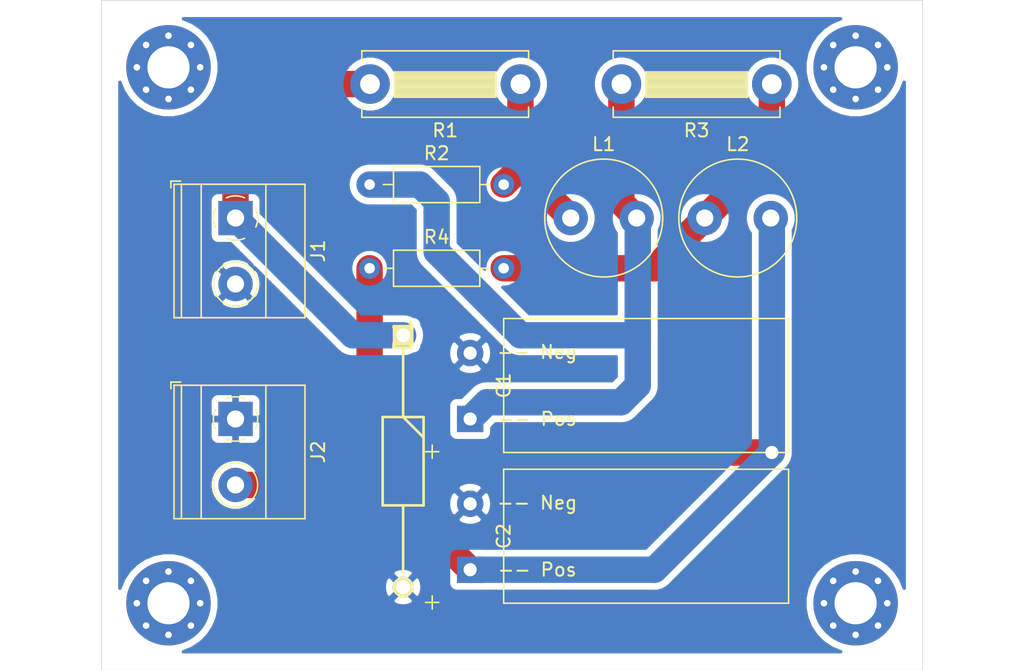
<source format=kicad_pcb>
(kicad_pcb (version 20171130) (host pcbnew "(5.1.9-0-10_14)")

  (general
    (thickness 1.6)
    (drawings 17)
    (tracks 37)
    (zones 0)
    (modules 15)
    (nets 7)
  )

  (page A4)
  (title_block
    (title "PreAmp SMPS Filter")
    (date 2021-05-14)
    (rev 1.0)
  )

  (layers
    (0 F.Cu signal)
    (31 B.Cu signal)
    (33 F.Adhes user)
    (35 F.Paste user)
    (37 F.SilkS user)
    (38 B.Mask user)
    (39 F.Mask user)
    (40 Dwgs.User user)
    (41 Cmts.User user)
    (42 Eco1.User user)
    (43 Eco2.User user)
    (44 Edge.Cuts user)
    (45 Margin user)
    (46 B.CrtYd user)
    (47 F.CrtYd user)
    (49 F.Fab user)
  )

  (setup
    (last_trace_width 2)
    (trace_clearance 0.5)
    (zone_clearance 0.508)
    (zone_45_only no)
    (trace_min 0.2)
    (via_size 1.6)
    (via_drill 1)
    (via_min_size 0.4)
    (via_min_drill 0.3)
    (uvia_size 0.3)
    (uvia_drill 0.1)
    (uvias_allowed no)
    (uvia_min_size 0.2)
    (uvia_min_drill 0.1)
    (edge_width 0.05)
    (segment_width 0.2)
    (pcb_text_width 0.3)
    (pcb_text_size 1.5 1.5)
    (mod_edge_width 0.12)
    (mod_text_size 1 1)
    (mod_text_width 0.15)
    (pad_size 1.524 1.524)
    (pad_drill 0.762)
    (pad_to_mask_clearance 0)
    (aux_axis_origin 0 0)
    (visible_elements FFFFFF7F)
    (pcbplotparams
      (layerselection 0x010fc_ffffffff)
      (usegerberextensions false)
      (usegerberattributes true)
      (usegerberadvancedattributes true)
      (creategerberjobfile true)
      (excludeedgelayer true)
      (linewidth 0.100000)
      (plotframeref false)
      (viasonmask false)
      (mode 1)
      (useauxorigin false)
      (hpglpennumber 1)
      (hpglpenspeed 20)
      (hpglpendiameter 15.000000)
      (psnegative false)
      (psa4output false)
      (plotreference true)
      (plotvalue true)
      (plotinvisibletext false)
      (padsonsilk false)
      (subtractmaskfromsilk false)
      (outputformat 1)
      (mirror false)
      (drillshape 1)
      (scaleselection 1)
      (outputdirectory ""))
  )

  (net 0 "")
  (net 1 "Net-(C1-Pad1)")
  (net 2 GND)
  (net 3 "Net-(L1-Pad1)")
  (net 4 "Net-(L2-Pad1)")
  (net 5 /OUT+)
  (net 6 /IN+)

  (net_class Default "This is the default net class."
    (clearance 0.5)
    (trace_width 2)
    (via_dia 1.6)
    (via_drill 1)
    (uvia_dia 0.3)
    (uvia_drill 0.1)
    (add_net /IN+)
    (add_net /OUT+)
    (add_net GND)
    (add_net "Net-(C1-Pad1)")
    (add_net "Net-(L1-Pad1)")
    (add_net "Net-(L2-Pad1)")
  )

  (module Capacitor_THT:CP_Radial_D10.0mm_P5.00mm_no_Silkscreen (layer F.Cu) (tedit 609E6608) (tstamp 609D1CB3)
    (at 81.28 76.2 90)
    (descr "CP, Radial series, Radial, pin pitch=5.00mm, , diameter=10mm, Electrolytic Capacitor")
    (tags "CP Radial series Radial pin pitch 5.00mm  diameter 10mm Electrolytic Capacitor")
    (path /60A007FC)
    (fp_text reference C2 (at 2.54 2.54 90) (layer F.SilkS)
      (effects (font (size 1 1) (thickness 0.15)))
    )
    (fp_text value "470uF 50V" (at 2.5 6.25 90) (layer F.Fab)
      (effects (font (size 1 1) (thickness 0.15)))
    )
    (fp_text user %R (at 2.5 0 90) (layer F.Fab)
      (effects (font (size 1 1) (thickness 0.15)))
    )
    (fp_line (start -2.479646 -3.375) (end -2.479646 -2.375) (layer F.SilkS) (width 0.12))
    (fp_line (start -2.979646 -2.875) (end -1.979646 -2.875) (layer F.SilkS) (width 0.12))
    (fp_line (start -1.788861 -2.1875) (end -0.788861 -2.1875) (layer F.Fab) (width 0.1))
    (pad 2 thru_hole circle (at 5 0 90) (size 2 2) (drill 1) (layers *.Cu *.Mask)
      (net 2 GND))
    (pad 1 thru_hole rect (at 0 0 90) (size 2 2) (drill 1) (layers *.Cu *.Mask)
      (net 5 /OUT+))
    (model ${KISYS3DMOD}/Capacitor_THT.3dshapes/CP_Radial_D10.0mm_P5.00mm.wrl
      (at (xyz 0 0 0))
      (scale (xyz 1 1 1))
      (rotate (xyz 0 0 0))
    )
  )

  (module Capacitor_THT:CP_Radial_D10.0mm_P5.00mm_no_Silkscreen (layer F.Cu) (tedit 609E6608) (tstamp 609D1BE7)
    (at 81.28 64.77 90)
    (descr "CP, Radial series, Radial, pin pitch=5.00mm, , diameter=10mm, Electrolytic Capacitor")
    (tags "CP Radial series Radial pin pitch 5.00mm  diameter 10mm Electrolytic Capacitor")
    (path /60A00222)
    (fp_text reference C1 (at 2.54 2.54 90) (layer F.SilkS)
      (effects (font (size 1 1) (thickness 0.15)))
    )
    (fp_text value "470uF 50V" (at 2.5 6.25 90) (layer F.Fab)
      (effects (font (size 1 1) (thickness 0.15)))
    )
    (fp_text user %R (at 2.5 0 90) (layer F.Fab)
      (effects (font (size 1 1) (thickness 0.15)))
    )
    (fp_line (start -2.479646 -3.375) (end -2.479646 -2.375) (layer F.SilkS) (width 0.12))
    (fp_line (start -2.979646 -2.875) (end -1.979646 -2.875) (layer F.SilkS) (width 0.12))
    (fp_line (start -1.788861 -2.1875) (end -0.788861 -2.1875) (layer F.Fab) (width 0.1))
    (pad 2 thru_hole circle (at 5 0 90) (size 2 2) (drill 1) (layers *.Cu *.Mask)
      (net 2 GND))
    (pad 1 thru_hole rect (at 0 0 90) (size 2 2) (drill 1) (layers *.Cu *.Mask)
      (net 1 "Net-(C1-Pad1)"))
    (model ${KISYS3DMOD}/Capacitor_THT.3dshapes/CP_Radial_D10.0mm_P5.00mm.wrl
      (at (xyz 0 0 0))
      (scale (xyz 1 1 1))
      (rotate (xyz 0 0 0))
    )
  )

  (module MountingHole:MountingHole_3.2mm_M3_Pad_Via (layer F.Cu) (tedit 56DDBCCA) (tstamp 609E73BD)
    (at 110.49 38.1)
    (descr "Mounting Hole 3.2mm, M3")
    (tags "mounting hole 3.2mm m3")
    (attr virtual)
    (fp_text reference REF** (at 0 -4.2) (layer F.SilkS) hide
      (effects (font (size 1 1) (thickness 0.15)))
    )
    (fp_text value MountingHole_3.2mm_M3_Pad_Via (at 0 4.2) (layer F.Fab)
      (effects (font (size 1 1) (thickness 0.15)))
    )
    (fp_circle (center 0 0) (end 3.45 0) (layer F.CrtYd) (width 0.05))
    (fp_circle (center 0 0) (end 3.2 0) (layer Cmts.User) (width 0.15))
    (fp_text user %R (at 0.3 0) (layer F.Fab)
      (effects (font (size 1 1) (thickness 0.15)))
    )
    (pad 1 thru_hole circle (at 0 0) (size 6.4 6.4) (drill 3.2) (layers *.Cu *.Mask))
    (pad 1 thru_hole circle (at 2.4 0) (size 0.8 0.8) (drill 0.5) (layers *.Cu *.Mask))
    (pad 1 thru_hole circle (at 1.697056 1.697056) (size 0.8 0.8) (drill 0.5) (layers *.Cu *.Mask))
    (pad 1 thru_hole circle (at 0 2.4) (size 0.8 0.8) (drill 0.5) (layers *.Cu *.Mask))
    (pad 1 thru_hole circle (at -1.697056 1.697056) (size 0.8 0.8) (drill 0.5) (layers *.Cu *.Mask))
    (pad 1 thru_hole circle (at -2.4 0) (size 0.8 0.8) (drill 0.5) (layers *.Cu *.Mask))
    (pad 1 thru_hole circle (at -1.697056 -1.697056) (size 0.8 0.8) (drill 0.5) (layers *.Cu *.Mask))
    (pad 1 thru_hole circle (at 0 -2.4) (size 0.8 0.8) (drill 0.5) (layers *.Cu *.Mask))
    (pad 1 thru_hole circle (at 1.697056 -1.697056) (size 0.8 0.8) (drill 0.5) (layers *.Cu *.Mask))
  )

  (module MountingHole:MountingHole_3.2mm_M3_Pad_Via (layer F.Cu) (tedit 56DDBCCA) (tstamp 609E73BD)
    (at 58.42 38.1)
    (descr "Mounting Hole 3.2mm, M3")
    (tags "mounting hole 3.2mm m3")
    (attr virtual)
    (fp_text reference REF** (at 0 -4.2) (layer F.SilkS) hide
      (effects (font (size 1 1) (thickness 0.15)))
    )
    (fp_text value MountingHole_3.2mm_M3_Pad_Via (at 0 4.2) (layer F.Fab)
      (effects (font (size 1 1) (thickness 0.15)))
    )
    (fp_circle (center 0 0) (end 3.45 0) (layer F.CrtYd) (width 0.05))
    (fp_circle (center 0 0) (end 3.2 0) (layer Cmts.User) (width 0.15))
    (fp_text user %R (at 0.3 0) (layer F.Fab)
      (effects (font (size 1 1) (thickness 0.15)))
    )
    (pad 1 thru_hole circle (at 0 0) (size 6.4 6.4) (drill 3.2) (layers *.Cu *.Mask))
    (pad 1 thru_hole circle (at 2.4 0) (size 0.8 0.8) (drill 0.5) (layers *.Cu *.Mask))
    (pad 1 thru_hole circle (at 1.697056 1.697056) (size 0.8 0.8) (drill 0.5) (layers *.Cu *.Mask))
    (pad 1 thru_hole circle (at 0 2.4) (size 0.8 0.8) (drill 0.5) (layers *.Cu *.Mask))
    (pad 1 thru_hole circle (at -1.697056 1.697056) (size 0.8 0.8) (drill 0.5) (layers *.Cu *.Mask))
    (pad 1 thru_hole circle (at -2.4 0) (size 0.8 0.8) (drill 0.5) (layers *.Cu *.Mask))
    (pad 1 thru_hole circle (at -1.697056 -1.697056) (size 0.8 0.8) (drill 0.5) (layers *.Cu *.Mask))
    (pad 1 thru_hole circle (at 0 -2.4) (size 0.8 0.8) (drill 0.5) (layers *.Cu *.Mask))
    (pad 1 thru_hole circle (at 1.697056 -1.697056) (size 0.8 0.8) (drill 0.5) (layers *.Cu *.Mask))
  )

  (module MountingHole:MountingHole_3.2mm_M3_Pad_Via (layer F.Cu) (tedit 56DDBCCA) (tstamp 609E73BD)
    (at 58.42 78.74)
    (descr "Mounting Hole 3.2mm, M3")
    (tags "mounting hole 3.2mm m3")
    (attr virtual)
    (fp_text reference REF** (at 0 -4.2) (layer F.SilkS) hide
      (effects (font (size 1 1) (thickness 0.15)))
    )
    (fp_text value MountingHole_3.2mm_M3_Pad_Via (at 0 4.2) (layer F.Fab)
      (effects (font (size 1 1) (thickness 0.15)))
    )
    (fp_circle (center 0 0) (end 3.45 0) (layer F.CrtYd) (width 0.05))
    (fp_circle (center 0 0) (end 3.2 0) (layer Cmts.User) (width 0.15))
    (fp_text user %R (at 0.3 0) (layer F.Fab)
      (effects (font (size 1 1) (thickness 0.15)))
    )
    (pad 1 thru_hole circle (at 0 0) (size 6.4 6.4) (drill 3.2) (layers *.Cu *.Mask))
    (pad 1 thru_hole circle (at 2.4 0) (size 0.8 0.8) (drill 0.5) (layers *.Cu *.Mask))
    (pad 1 thru_hole circle (at 1.697056 1.697056) (size 0.8 0.8) (drill 0.5) (layers *.Cu *.Mask))
    (pad 1 thru_hole circle (at 0 2.4) (size 0.8 0.8) (drill 0.5) (layers *.Cu *.Mask))
    (pad 1 thru_hole circle (at -1.697056 1.697056) (size 0.8 0.8) (drill 0.5) (layers *.Cu *.Mask))
    (pad 1 thru_hole circle (at -2.4 0) (size 0.8 0.8) (drill 0.5) (layers *.Cu *.Mask))
    (pad 1 thru_hole circle (at -1.697056 -1.697056) (size 0.8 0.8) (drill 0.5) (layers *.Cu *.Mask))
    (pad 1 thru_hole circle (at 0 -2.4) (size 0.8 0.8) (drill 0.5) (layers *.Cu *.Mask))
    (pad 1 thru_hole circle (at 1.697056 -1.697056) (size 0.8 0.8) (drill 0.5) (layers *.Cu *.Mask))
  )

  (module MountingHole:MountingHole_3.2mm_M3_Pad_Via (layer F.Cu) (tedit 56DDBCCA) (tstamp 609E71D9)
    (at 110.49 78.74)
    (descr "Mounting Hole 3.2mm, M3")
    (tags "mounting hole 3.2mm m3")
    (attr virtual)
    (fp_text reference REF** (at 0 -4.2) (layer F.SilkS) hide
      (effects (font (size 1 1) (thickness 0.15)))
    )
    (fp_text value MountingHole_3.2mm_M3_Pad_Via (at 0 4.2) (layer F.Fab)
      (effects (font (size 1 1) (thickness 0.15)))
    )
    (fp_circle (center 0 0) (end 3.45 0) (layer F.CrtYd) (width 0.05))
    (fp_circle (center 0 0) (end 3.2 0) (layer Cmts.User) (width 0.15))
    (fp_text user %R (at 0.3 0) (layer F.Fab)
      (effects (font (size 1 1) (thickness 0.15)))
    )
    (pad 1 thru_hole circle (at 1.697056 -1.697056) (size 0.8 0.8) (drill 0.5) (layers *.Cu *.Mask))
    (pad 1 thru_hole circle (at 0 -2.4) (size 0.8 0.8) (drill 0.5) (layers *.Cu *.Mask))
    (pad 1 thru_hole circle (at -1.697056 -1.697056) (size 0.8 0.8) (drill 0.5) (layers *.Cu *.Mask))
    (pad 1 thru_hole circle (at -2.4 0) (size 0.8 0.8) (drill 0.5) (layers *.Cu *.Mask))
    (pad 1 thru_hole circle (at -1.697056 1.697056) (size 0.8 0.8) (drill 0.5) (layers *.Cu *.Mask))
    (pad 1 thru_hole circle (at 0 2.4) (size 0.8 0.8) (drill 0.5) (layers *.Cu *.Mask))
    (pad 1 thru_hole circle (at 1.697056 1.697056) (size 0.8 0.8) (drill 0.5) (layers *.Cu *.Mask))
    (pad 1 thru_hole circle (at 2.4 0) (size 0.8 0.8) (drill 0.5) (layers *.Cu *.Mask))
    (pad 1 thru_hole circle (at 0 0) (size 6.4 6.4) (drill 3.2) (layers *.Cu *.Mask))
  )

  (module Inductor_THT:L_Radial_D8.7mm_P5.00mm_Fastron_07HCP (layer F.Cu) (tedit 5AE59B06) (tstamp 609D1D37)
    (at 99.06 49.53)
    (descr "Inductor, Radial series, Radial, pin pitch=5.00mm, , diameter=8.7mm, Fastron, 07HCP, http://cdn-reichelt.de/documents/datenblatt/B400/DS_07HCP.pdf")
    (tags "Inductor Radial series Radial pin pitch 5.00mm  diameter 8.7mm Fastron 07HCP")
    (path /60A1FD0E)
    (fp_text reference L2 (at 2.5 -5.6) (layer F.SilkS)
      (effects (font (size 1 1) (thickness 0.15)))
    )
    (fp_text value "2.2uH 7.5A 0.1R" (at 2.5 5.6) (layer F.Fab)
      (effects (font (size 1 1) (thickness 0.15)))
    )
    (fp_circle (center 2.5 0) (end 7.1 0) (layer F.CrtYd) (width 0.05))
    (fp_circle (center 2.5 0) (end 6.97 0) (layer F.SilkS) (width 0.12))
    (fp_circle (center 2.5 0) (end 6.85 0) (layer F.Fab) (width 0.1))
    (fp_text user %R (at 2.5 0) (layer F.Fab)
      (effects (font (size 1 1) (thickness 0.15)))
    )
    (pad 2 thru_hole circle (at 5 0) (size 2.6 2.6) (drill 1.3) (layers *.Cu *.Mask)
      (net 5 /OUT+))
    (pad 1 thru_hole circle (at 0 0) (size 2.6 2.6) (drill 1.3) (layers *.Cu *.Mask)
      (net 4 "Net-(L2-Pad1)"))
    (model ${KISYS3DMOD}/Inductor_THT.3dshapes/L_Radial_D8.7mm_P5.00mm_Fastron_07HCP.wrl
      (at (xyz 0 0 0))
      (scale (xyz 1 1 1))
      (rotate (xyz 0 0 0))
    )
  )

  (module TerminalBlock_Phoenix:TerminalBlock_Phoenix_MKDS-1,5-2_1x02_P5.00mm_Horizontal (layer F.Cu) (tedit 5B294EE5) (tstamp 609D1CF7)
    (at 63.5 49.53 270)
    (descr "Terminal Block Phoenix MKDS-1,5-2, 2 pins, pitch 5mm, size 10x9.8mm^2, drill diamater 1.3mm, pad diameter 2.6mm, see http://www.farnell.com/datasheets/100425.pdf, script-generated using https://github.com/pointhi/kicad-footprint-generator/scripts/TerminalBlock_Phoenix")
    (tags "THT Terminal Block Phoenix MKDS-1,5-2 pitch 5mm size 10x9.8mm^2 drill 1.3mm pad 2.6mm")
    (path /609EF6A1)
    (fp_text reference J1 (at 2.5 -6.26 90) (layer F.SilkS)
      (effects (font (size 1 1) (thickness 0.15)))
    )
    (fp_text value Screw_Terminal_01x02 (at 2.5 5.66 90) (layer F.Fab)
      (effects (font (size 1 1) (thickness 0.15)))
    )
    (fp_circle (center 0 0) (end 1.5 0) (layer F.Fab) (width 0.1))
    (fp_circle (center 5 0) (end 6.5 0) (layer F.Fab) (width 0.1))
    (fp_circle (center 5 0) (end 6.68 0) (layer F.SilkS) (width 0.12))
    (fp_line (start -2.5 -5.2) (end 7.5 -5.2) (layer F.Fab) (width 0.1))
    (fp_line (start 7.5 -5.2) (end 7.5 4.6) (layer F.Fab) (width 0.1))
    (fp_line (start 7.5 4.6) (end -2 4.6) (layer F.Fab) (width 0.1))
    (fp_line (start -2 4.6) (end -2.5 4.1) (layer F.Fab) (width 0.1))
    (fp_line (start -2.5 4.1) (end -2.5 -5.2) (layer F.Fab) (width 0.1))
    (fp_line (start -2.5 4.1) (end 7.5 4.1) (layer F.Fab) (width 0.1))
    (fp_line (start -2.56 4.1) (end 7.56 4.1) (layer F.SilkS) (width 0.12))
    (fp_line (start -2.5 2.6) (end 7.5 2.6) (layer F.Fab) (width 0.1))
    (fp_line (start -2.56 2.6) (end 7.56 2.6) (layer F.SilkS) (width 0.12))
    (fp_line (start -2.5 -2.3) (end 7.5 -2.3) (layer F.Fab) (width 0.1))
    (fp_line (start -2.56 -2.301) (end 7.56 -2.301) (layer F.SilkS) (width 0.12))
    (fp_line (start -2.56 -5.261) (end 7.56 -5.261) (layer F.SilkS) (width 0.12))
    (fp_line (start -2.56 4.66) (end 7.56 4.66) (layer F.SilkS) (width 0.12))
    (fp_line (start -2.56 -5.261) (end -2.56 4.66) (layer F.SilkS) (width 0.12))
    (fp_line (start 7.56 -5.261) (end 7.56 4.66) (layer F.SilkS) (width 0.12))
    (fp_line (start 1.138 -0.955) (end -0.955 1.138) (layer F.Fab) (width 0.1))
    (fp_line (start 0.955 -1.138) (end -1.138 0.955) (layer F.Fab) (width 0.1))
    (fp_line (start 6.138 -0.955) (end 4.046 1.138) (layer F.Fab) (width 0.1))
    (fp_line (start 5.955 -1.138) (end 3.863 0.955) (layer F.Fab) (width 0.1))
    (fp_line (start 6.275 -1.069) (end 6.228 -1.023) (layer F.SilkS) (width 0.12))
    (fp_line (start 3.966 1.239) (end 3.931 1.274) (layer F.SilkS) (width 0.12))
    (fp_line (start 6.07 -1.275) (end 6.035 -1.239) (layer F.SilkS) (width 0.12))
    (fp_line (start 3.773 1.023) (end 3.726 1.069) (layer F.SilkS) (width 0.12))
    (fp_line (start -2.8 4.16) (end -2.8 4.9) (layer F.SilkS) (width 0.12))
    (fp_line (start -2.8 4.9) (end -2.3 4.9) (layer F.SilkS) (width 0.12))
    (fp_line (start -3 -5.71) (end -3 5.1) (layer F.CrtYd) (width 0.05))
    (fp_line (start -3 5.1) (end 8 5.1) (layer F.CrtYd) (width 0.05))
    (fp_line (start 8 5.1) (end 8 -5.71) (layer F.CrtYd) (width 0.05))
    (fp_line (start 8 -5.71) (end -3 -5.71) (layer F.CrtYd) (width 0.05))
    (fp_arc (start 0 0) (end 0 1.68) (angle -24) (layer F.SilkS) (width 0.12))
    (fp_arc (start 0 0) (end 1.535 0.684) (angle -48) (layer F.SilkS) (width 0.12))
    (fp_arc (start 0 0) (end 0.684 -1.535) (angle -48) (layer F.SilkS) (width 0.12))
    (fp_arc (start 0 0) (end -1.535 -0.684) (angle -48) (layer F.SilkS) (width 0.12))
    (fp_arc (start 0 0) (end -0.684 1.535) (angle -25) (layer F.SilkS) (width 0.12))
    (fp_text user %R (at 2.5 3.2 90) (layer F.Fab)
      (effects (font (size 1 1) (thickness 0.15)))
    )
    (pad 1 thru_hole rect (at 0 0 270) (size 2.6 2.6) (drill 1.3) (layers *.Cu *.Mask)
      (net 6 /IN+))
    (pad 2 thru_hole circle (at 5 0 270) (size 2.6 2.6) (drill 1.3) (layers *.Cu *.Mask)
      (net 2 GND))
    (model ${KISYS3DMOD}/TerminalBlock_Phoenix.3dshapes/TerminalBlock_Phoenix_MKDS-1,5-2_1x02_P5.00mm_Horizontal.wrl
      (at (xyz 0 0 0))
      (scale (xyz 1 1 1))
      (rotate (xyz 0 0 0))
    )
  )

  (module TP6KE68A:DIOAD1910W86L670D310 (layer F.Cu) (tedit 609CFEC4) (tstamp 609D1CCB)
    (at 76.2 58.42 270)
    (descr "DO-204AC (DO-15)")
    (tags "TVS Diode (Uni-directional)")
    (path /60A078CF)
    (fp_text reference D1 (at 0 0 90) (layer F.SilkS)
      (effects (font (size 1.27 1.27) (thickness 0.254)))
    )
    (fp_text value TP6KE68A (at 0 0 90) (layer F.SilkS) hide
      (effects (font (size 1.27 1.27) (thickness 0.254)))
    )
    (fp_line (start 12.9 0) (end 17.962 0) (layer F.SilkS) (width 0.2))
    (fp_line (start 1.138 0) (end 6.2 0) (layer F.SilkS) (width 0.2))
    (fp_line (start 6.2 0) (end 7.75 -1.55) (layer F.SilkS) (width 0.2))
    (fp_line (start 6.2 1.55) (end 6.2 -1.55) (layer F.SilkS) (width 0.2))
    (fp_line (start 12.9 1.55) (end 6.2 1.55) (layer F.SilkS) (width 0.2))
    (fp_line (start 12.9 -1.55) (end 12.9 1.55) (layer F.SilkS) (width 0.2))
    (fp_line (start 6.2 -1.55) (end 12.9 -1.55) (layer F.SilkS) (width 0.2))
    (fp_line (start 12.9 0) (end 19.1 0) (layer Dwgs.User) (width 0.1))
    (fp_line (start 0 0) (end 6.2 0) (layer Dwgs.User) (width 0.1))
    (fp_line (start 6.2 0) (end 7.75 -1.55) (layer Dwgs.User) (width 0.1))
    (fp_line (start 6.2 1.55) (end 6.2 -1.55) (layer Dwgs.User) (width 0.1))
    (fp_line (start 12.9 1.55) (end 6.2 1.55) (layer Dwgs.User) (width 0.1))
    (fp_line (start 12.9 -1.55) (end 12.9 1.55) (layer Dwgs.User) (width 0.1))
    (fp_line (start 6.2 -1.55) (end 12.9 -1.55) (layer Dwgs.User) (width 0.1))
    (fp_line (start -1.038 1.9) (end -1.038 -1.9) (layer Dwgs.User) (width 0.05))
    (fp_line (start 20.137 1.9) (end -1.038 1.9) (layer Dwgs.User) (width 0.05))
    (fp_line (start 20.137 -1.9) (end 20.137 1.9) (layer Dwgs.User) (width 0.05))
    (fp_line (start -1.038 -1.9) (end 20.137 -1.9) (layer Dwgs.User) (width 0.05))
    (pad 1 thru_hole rect (at 0 0) (size 1.575 1.575) (drill 1.05) (layers *.Cu *.Mask F.SilkS)
      (net 6 /IN+))
    (pad 2 thru_hole circle (at 19.1 0) (size 1.575 1.575) (drill 1.05) (layers *.Cu *.Mask F.SilkS)
      (net 2 GND))
  )

  (module TerminalBlock_Phoenix:TerminalBlock_Phoenix_MKDS-1,5-2_1x02_P5.00mm_Horizontal (layer F.Cu) (tedit 5B294EE5) (tstamp 609D1D23)
    (at 63.5 64.77 270)
    (descr "Terminal Block Phoenix MKDS-1,5-2, 2 pins, pitch 5mm, size 10x9.8mm^2, drill diamater 1.3mm, pad diameter 2.6mm, see http://www.farnell.com/datasheets/100425.pdf, script-generated using https://github.com/pointhi/kicad-footprint-generator/scripts/TerminalBlock_Phoenix")
    (tags "THT Terminal Block Phoenix MKDS-1,5-2 pitch 5mm size 10x9.8mm^2 drill 1.3mm pad 2.6mm")
    (path /609F3DC0)
    (fp_text reference J2 (at 2.5 -6.26 90) (layer F.SilkS)
      (effects (font (size 1 1) (thickness 0.15)))
    )
    (fp_text value Screw_Terminal_01x02 (at 2.5 5.66 90) (layer F.Fab)
      (effects (font (size 1 1) (thickness 0.15)))
    )
    (fp_line (start 8 -5.71) (end -3 -5.71) (layer F.CrtYd) (width 0.05))
    (fp_line (start 8 5.1) (end 8 -5.71) (layer F.CrtYd) (width 0.05))
    (fp_line (start -3 5.1) (end 8 5.1) (layer F.CrtYd) (width 0.05))
    (fp_line (start -3 -5.71) (end -3 5.1) (layer F.CrtYd) (width 0.05))
    (fp_line (start -2.8 4.9) (end -2.3 4.9) (layer F.SilkS) (width 0.12))
    (fp_line (start -2.8 4.16) (end -2.8 4.9) (layer F.SilkS) (width 0.12))
    (fp_line (start 3.773 1.023) (end 3.726 1.069) (layer F.SilkS) (width 0.12))
    (fp_line (start 6.07 -1.275) (end 6.035 -1.239) (layer F.SilkS) (width 0.12))
    (fp_line (start 3.966 1.239) (end 3.931 1.274) (layer F.SilkS) (width 0.12))
    (fp_line (start 6.275 -1.069) (end 6.228 -1.023) (layer F.SilkS) (width 0.12))
    (fp_line (start 5.955 -1.138) (end 3.863 0.955) (layer F.Fab) (width 0.1))
    (fp_line (start 6.138 -0.955) (end 4.046 1.138) (layer F.Fab) (width 0.1))
    (fp_line (start 0.955 -1.138) (end -1.138 0.955) (layer F.Fab) (width 0.1))
    (fp_line (start 1.138 -0.955) (end -0.955 1.138) (layer F.Fab) (width 0.1))
    (fp_line (start 7.56 -5.261) (end 7.56 4.66) (layer F.SilkS) (width 0.12))
    (fp_line (start -2.56 -5.261) (end -2.56 4.66) (layer F.SilkS) (width 0.12))
    (fp_line (start -2.56 4.66) (end 7.56 4.66) (layer F.SilkS) (width 0.12))
    (fp_line (start -2.56 -5.261) (end 7.56 -5.261) (layer F.SilkS) (width 0.12))
    (fp_line (start -2.56 -2.301) (end 7.56 -2.301) (layer F.SilkS) (width 0.12))
    (fp_line (start -2.5 -2.3) (end 7.5 -2.3) (layer F.Fab) (width 0.1))
    (fp_line (start -2.56 2.6) (end 7.56 2.6) (layer F.SilkS) (width 0.12))
    (fp_line (start -2.5 2.6) (end 7.5 2.6) (layer F.Fab) (width 0.1))
    (fp_line (start -2.56 4.1) (end 7.56 4.1) (layer F.SilkS) (width 0.12))
    (fp_line (start -2.5 4.1) (end 7.5 4.1) (layer F.Fab) (width 0.1))
    (fp_line (start -2.5 4.1) (end -2.5 -5.2) (layer F.Fab) (width 0.1))
    (fp_line (start -2 4.6) (end -2.5 4.1) (layer F.Fab) (width 0.1))
    (fp_line (start 7.5 4.6) (end -2 4.6) (layer F.Fab) (width 0.1))
    (fp_line (start 7.5 -5.2) (end 7.5 4.6) (layer F.Fab) (width 0.1))
    (fp_line (start -2.5 -5.2) (end 7.5 -5.2) (layer F.Fab) (width 0.1))
    (fp_circle (center 5 0) (end 6.68 0) (layer F.SilkS) (width 0.12))
    (fp_circle (center 5 0) (end 6.5 0) (layer F.Fab) (width 0.1))
    (fp_circle (center 0 0) (end 1.5 0) (layer F.Fab) (width 0.1))
    (fp_text user %R (at 2.5 3.2 90) (layer F.Fab)
      (effects (font (size 1 1) (thickness 0.15)))
    )
    (fp_arc (start 0 0) (end -0.684 1.535) (angle -25) (layer F.SilkS) (width 0.12))
    (fp_arc (start 0 0) (end -1.535 -0.684) (angle -48) (layer F.SilkS) (width 0.12))
    (fp_arc (start 0 0) (end 0.684 -1.535) (angle -48) (layer F.SilkS) (width 0.12))
    (fp_arc (start 0 0) (end 1.535 0.684) (angle -48) (layer F.SilkS) (width 0.12))
    (fp_arc (start 0 0) (end 0 1.68) (angle -24) (layer F.SilkS) (width 0.12))
    (pad 2 thru_hole circle (at 5 0 270) (size 2.6 2.6) (drill 1.3) (layers *.Cu *.Mask)
      (net 5 /OUT+))
    (pad 1 thru_hole rect (at 0 0 270) (size 2.6 2.6) (drill 1.3) (layers *.Cu *.Mask)
      (net 2 GND))
    (model ${KISYS3DMOD}/TerminalBlock_Phoenix.3dshapes/TerminalBlock_Phoenix_MKDS-1,5-2_1x02_P5.00mm_Horizontal.wrl
      (at (xyz 0 0 0))
      (scale (xyz 1 1 1))
      (rotate (xyz 0 0 0))
    )
  )

  (module Inductor_THT:L_Radial_D8.7mm_P5.00mm_Fastron_07HCP (layer F.Cu) (tedit 5AE59B06) (tstamp 609D1D2D)
    (at 88.9 49.53)
    (descr "Inductor, Radial series, Radial, pin pitch=5.00mm, , diameter=8.7mm, Fastron, 07HCP, http://cdn-reichelt.de/documents/datenblatt/B400/DS_07HCP.pdf")
    (tags "Inductor Radial series Radial pin pitch 5.00mm  diameter 8.7mm Fastron 07HCP")
    (path /609FEAA3)
    (fp_text reference L1 (at 2.5 -5.6) (layer F.SilkS)
      (effects (font (size 1 1) (thickness 0.15)))
    )
    (fp_text value "2.2uH 7.5A 0.1R" (at 2.5 5.6) (layer F.Fab)
      (effects (font (size 1 1) (thickness 0.15)))
    )
    (fp_circle (center 2.5 0) (end 6.85 0) (layer F.Fab) (width 0.1))
    (fp_circle (center 2.5 0) (end 6.97 0) (layer F.SilkS) (width 0.12))
    (fp_circle (center 2.5 0) (end 7.1 0) (layer F.CrtYd) (width 0.05))
    (fp_text user %R (at 2.5 0) (layer F.Fab)
      (effects (font (size 1 1) (thickness 0.15)))
    )
    (pad 1 thru_hole circle (at 0 0) (size 2.6 2.6) (drill 1.3) (layers *.Cu *.Mask)
      (net 3 "Net-(L1-Pad1)"))
    (pad 2 thru_hole circle (at 5 0) (size 2.6 2.6) (drill 1.3) (layers *.Cu *.Mask)
      (net 1 "Net-(C1-Pad1)"))
    (model ${KISYS3DMOD}/Inductor_THT.3dshapes/L_Radial_D8.7mm_P5.00mm_Fastron_07HCP.wrl
      (at (xyz 0 0 0))
      (scale (xyz 1 1 1))
      (rotate (xyz 0 0 0))
    )
  )

  (module Resistor_THT:R_Bare_Metal_Element_L12.4mm_W4.8mm_P11.40mm (layer F.Cu) (tedit 5AE5139B) (tstamp 609D1D5F)
    (at 85.09 39.37 180)
    (descr "Resistor, Bare_Metal_Element series, Bare Metal Strip/Wire, Horizontal, pin pitch=11.4mm, 1W, length*width=12.4*4.8mm^2, https://www.bourns.com/pdfs/PWR4412-2S.pdf")
    (tags "Resistor Bare_Metal_Element series Bare Metal Strip Wire Horizontal pin pitch 11.4mm 1W length 12.4mm width 4.8mm ")
    (path /609FAD9F)
    (fp_text reference R1 (at 5.7 -3.52) (layer F.SilkS)
      (effects (font (size 1 1) (thickness 0.15)))
    )
    (fp_text value "0R040 1W" (at 5.7 3.52) (layer F.Fab)
      (effects (font (size 1 1) (thickness 0.15)))
    )
    (fp_line (start -0.5 -2.4) (end -0.5 2.4) (layer F.Fab) (width 0.1))
    (fp_line (start -0.5 2.4) (end 11.9 2.4) (layer F.Fab) (width 0.1))
    (fp_line (start 11.9 2.4) (end 11.9 -2.4) (layer F.Fab) (width 0.1))
    (fp_line (start 11.9 -2.4) (end -0.5 -2.4) (layer F.Fab) (width 0.1))
    (fp_line (start -0.62 -1.74) (end -0.62 -2.52) (layer F.SilkS) (width 0.12))
    (fp_line (start -0.62 -2.52) (end 12.02 -2.52) (layer F.SilkS) (width 0.12))
    (fp_line (start 12.02 -2.52) (end 12.02 -1.74) (layer F.SilkS) (width 0.12))
    (fp_line (start -0.62 1.74) (end -0.62 2.52) (layer F.SilkS) (width 0.12))
    (fp_line (start -0.62 2.52) (end 12.02 2.52) (layer F.SilkS) (width 0.12))
    (fp_line (start 12.02 2.52) (end 12.02 1.74) (layer F.SilkS) (width 0.12))
    (fp_line (start 1.86 -1) (end 9.54 -1) (layer F.SilkS) (width 0.12))
    (fp_line (start 1.86 -0.88) (end 9.54 -0.88) (layer F.SilkS) (width 0.12))
    (fp_line (start 1.86 -0.76) (end 9.54 -0.76) (layer F.SilkS) (width 0.12))
    (fp_line (start 1.86 -0.64) (end 9.54 -0.64) (layer F.SilkS) (width 0.12))
    (fp_line (start 1.86 -0.52) (end 9.54 -0.52) (layer F.SilkS) (width 0.12))
    (fp_line (start 1.86 -0.4) (end 9.54 -0.4) (layer F.SilkS) (width 0.12))
    (fp_line (start 1.86 -0.28) (end 9.54 -0.28) (layer F.SilkS) (width 0.12))
    (fp_line (start 1.86 -0.16) (end 9.54 -0.16) (layer F.SilkS) (width 0.12))
    (fp_line (start 1.86 -0.04) (end 9.54 -0.04) (layer F.SilkS) (width 0.12))
    (fp_line (start 1.86 0.08) (end 9.54 0.08) (layer F.SilkS) (width 0.12))
    (fp_line (start 1.86 0.2) (end 9.54 0.2) (layer F.SilkS) (width 0.12))
    (fp_line (start 1.86 0.32) (end 9.54 0.32) (layer F.SilkS) (width 0.12))
    (fp_line (start 1.86 0.44) (end 9.54 0.44) (layer F.SilkS) (width 0.12))
    (fp_line (start 1.86 0.56) (end 9.54 0.56) (layer F.SilkS) (width 0.12))
    (fp_line (start 1.86 0.68) (end 9.54 0.68) (layer F.SilkS) (width 0.12))
    (fp_line (start 1.86 0.8) (end 9.54 0.8) (layer F.SilkS) (width 0.12))
    (fp_line (start 1.86 0.92) (end 9.54 0.92) (layer F.SilkS) (width 0.12))
    (fp_line (start 1.86 -1) (end 1.86 0.92) (layer F.SilkS) (width 0.12))
    (fp_line (start 9.54 -1) (end 9.54 0.92) (layer F.SilkS) (width 0.12))
    (fp_line (start -1.75 -2.65) (end -1.75 2.65) (layer F.CrtYd) (width 0.05))
    (fp_line (start -1.75 2.65) (end 13.15 2.65) (layer F.CrtYd) (width 0.05))
    (fp_line (start 13.15 2.65) (end 13.15 -2.65) (layer F.CrtYd) (width 0.05))
    (fp_line (start 13.15 -2.65) (end -1.75 -2.65) (layer F.CrtYd) (width 0.05))
    (fp_text user %R (at 5.7 0) (layer F.Fab)
      (effects (font (size 1 1) (thickness 0.15)))
    )
    (pad 1 thru_hole circle (at 0 0 180) (size 3 3) (drill 1.5) (layers *.Cu *.Mask)
      (net 3 "Net-(L1-Pad1)"))
    (pad 2 thru_hole oval (at 11.4 0 180) (size 3 3) (drill 1.5) (layers *.Cu *.Mask)
      (net 6 /IN+))
    (model ${KISYS3DMOD}/Resistor_THT.3dshapes/R_Bare_Metal_Element_L12.4mm_W4.8mm_P11.40mm.wrl
      (at (xyz 0 0 0))
      (scale (xyz 1 1 1))
      (rotate (xyz 0 0 0))
    )
  )

  (module Resistor_THT:R_Axial_DIN0207_L6.3mm_D2.5mm_P10.16mm_Horizontal (layer F.Cu) (tedit 5AE5139B) (tstamp 609D1D76)
    (at 73.66 46.99)
    (descr "Resistor, Axial_DIN0207 series, Axial, Horizontal, pin pitch=10.16mm, 0.25W = 1/4W, length*diameter=6.3*2.5mm^2, http://cdn-reichelt.de/documents/datenblatt/B400/1_4W%23YAG.pdf")
    (tags "Resistor Axial_DIN0207 series Axial Horizontal pin pitch 10.16mm 0.25W = 1/4W length 6.3mm diameter 2.5mm")
    (path /609FC773)
    (fp_text reference R2 (at 5.08 -2.37) (layer F.SilkS)
      (effects (font (size 1 1) (thickness 0.15)))
    )
    (fp_text value 953R (at 5.08 2.37) (layer F.Fab)
      (effects (font (size 1 1) (thickness 0.15)))
    )
    (fp_line (start 1.93 -1.25) (end 1.93 1.25) (layer F.Fab) (width 0.1))
    (fp_line (start 1.93 1.25) (end 8.23 1.25) (layer F.Fab) (width 0.1))
    (fp_line (start 8.23 1.25) (end 8.23 -1.25) (layer F.Fab) (width 0.1))
    (fp_line (start 8.23 -1.25) (end 1.93 -1.25) (layer F.Fab) (width 0.1))
    (fp_line (start 0 0) (end 1.93 0) (layer F.Fab) (width 0.1))
    (fp_line (start 10.16 0) (end 8.23 0) (layer F.Fab) (width 0.1))
    (fp_line (start 1.81 -1.37) (end 1.81 1.37) (layer F.SilkS) (width 0.12))
    (fp_line (start 1.81 1.37) (end 8.35 1.37) (layer F.SilkS) (width 0.12))
    (fp_line (start 8.35 1.37) (end 8.35 -1.37) (layer F.SilkS) (width 0.12))
    (fp_line (start 8.35 -1.37) (end 1.81 -1.37) (layer F.SilkS) (width 0.12))
    (fp_line (start 1.04 0) (end 1.81 0) (layer F.SilkS) (width 0.12))
    (fp_line (start 9.12 0) (end 8.35 0) (layer F.SilkS) (width 0.12))
    (fp_line (start -1.05 -1.5) (end -1.05 1.5) (layer F.CrtYd) (width 0.05))
    (fp_line (start -1.05 1.5) (end 11.21 1.5) (layer F.CrtYd) (width 0.05))
    (fp_line (start 11.21 1.5) (end 11.21 -1.5) (layer F.CrtYd) (width 0.05))
    (fp_line (start 11.21 -1.5) (end -1.05 -1.5) (layer F.CrtYd) (width 0.05))
    (fp_text user %R (at 5.08 0) (layer F.Fab)
      (effects (font (size 1 1) (thickness 0.15)))
    )
    (pad 1 thru_hole circle (at 0 0) (size 1.6 1.6) (drill 0.8) (layers *.Cu *.Mask)
      (net 1 "Net-(C1-Pad1)"))
    (pad 2 thru_hole oval (at 10.16 0) (size 1.6 1.6) (drill 0.8) (layers *.Cu *.Mask)
      (net 3 "Net-(L1-Pad1)"))
    (model ${KISYS3DMOD}/Resistor_THT.3dshapes/R_Axial_DIN0207_L6.3mm_D2.5mm_P10.16mm_Horizontal.wrl
      (at (xyz 0 0 0))
      (scale (xyz 1 1 1))
      (rotate (xyz 0 0 0))
    )
  )

  (module Resistor_THT:R_Bare_Metal_Element_L12.4mm_W4.8mm_P11.40mm (layer F.Cu) (tedit 5AE5139B) (tstamp 609D1D9E)
    (at 104.14 39.37 180)
    (descr "Resistor, Bare_Metal_Element series, Bare Metal Strip/Wire, Horizontal, pin pitch=11.4mm, 1W, length*width=12.4*4.8mm^2, https://www.bourns.com/pdfs/PWR4412-2S.pdf")
    (tags "Resistor Bare_Metal_Element series Bare Metal Strip Wire Horizontal pin pitch 11.4mm 1W length 12.4mm width 4.8mm ")
    (path /609FD2AB)
    (fp_text reference R3 (at 5.7 -3.52) (layer F.SilkS)
      (effects (font (size 1 1) (thickness 0.15)))
    )
    (fp_text value "0R040 1W" (at 5.7 3.52) (layer F.Fab)
      (effects (font (size 1 1) (thickness 0.15)))
    )
    (fp_line (start 13.15 -2.65) (end -1.75 -2.65) (layer F.CrtYd) (width 0.05))
    (fp_line (start 13.15 2.65) (end 13.15 -2.65) (layer F.CrtYd) (width 0.05))
    (fp_line (start -1.75 2.65) (end 13.15 2.65) (layer F.CrtYd) (width 0.05))
    (fp_line (start -1.75 -2.65) (end -1.75 2.65) (layer F.CrtYd) (width 0.05))
    (fp_line (start 9.54 -1) (end 9.54 0.92) (layer F.SilkS) (width 0.12))
    (fp_line (start 1.86 -1) (end 1.86 0.92) (layer F.SilkS) (width 0.12))
    (fp_line (start 1.86 0.92) (end 9.54 0.92) (layer F.SilkS) (width 0.12))
    (fp_line (start 1.86 0.8) (end 9.54 0.8) (layer F.SilkS) (width 0.12))
    (fp_line (start 1.86 0.68) (end 9.54 0.68) (layer F.SilkS) (width 0.12))
    (fp_line (start 1.86 0.56) (end 9.54 0.56) (layer F.SilkS) (width 0.12))
    (fp_line (start 1.86 0.44) (end 9.54 0.44) (layer F.SilkS) (width 0.12))
    (fp_line (start 1.86 0.32) (end 9.54 0.32) (layer F.SilkS) (width 0.12))
    (fp_line (start 1.86 0.2) (end 9.54 0.2) (layer F.SilkS) (width 0.12))
    (fp_line (start 1.86 0.08) (end 9.54 0.08) (layer F.SilkS) (width 0.12))
    (fp_line (start 1.86 -0.04) (end 9.54 -0.04) (layer F.SilkS) (width 0.12))
    (fp_line (start 1.86 -0.16) (end 9.54 -0.16) (layer F.SilkS) (width 0.12))
    (fp_line (start 1.86 -0.28) (end 9.54 -0.28) (layer F.SilkS) (width 0.12))
    (fp_line (start 1.86 -0.4) (end 9.54 -0.4) (layer F.SilkS) (width 0.12))
    (fp_line (start 1.86 -0.52) (end 9.54 -0.52) (layer F.SilkS) (width 0.12))
    (fp_line (start 1.86 -0.64) (end 9.54 -0.64) (layer F.SilkS) (width 0.12))
    (fp_line (start 1.86 -0.76) (end 9.54 -0.76) (layer F.SilkS) (width 0.12))
    (fp_line (start 1.86 -0.88) (end 9.54 -0.88) (layer F.SilkS) (width 0.12))
    (fp_line (start 1.86 -1) (end 9.54 -1) (layer F.SilkS) (width 0.12))
    (fp_line (start 12.02 2.52) (end 12.02 1.74) (layer F.SilkS) (width 0.12))
    (fp_line (start -0.62 2.52) (end 12.02 2.52) (layer F.SilkS) (width 0.12))
    (fp_line (start -0.62 1.74) (end -0.62 2.52) (layer F.SilkS) (width 0.12))
    (fp_line (start 12.02 -2.52) (end 12.02 -1.74) (layer F.SilkS) (width 0.12))
    (fp_line (start -0.62 -2.52) (end 12.02 -2.52) (layer F.SilkS) (width 0.12))
    (fp_line (start -0.62 -1.74) (end -0.62 -2.52) (layer F.SilkS) (width 0.12))
    (fp_line (start 11.9 -2.4) (end -0.5 -2.4) (layer F.Fab) (width 0.1))
    (fp_line (start 11.9 2.4) (end 11.9 -2.4) (layer F.Fab) (width 0.1))
    (fp_line (start -0.5 2.4) (end 11.9 2.4) (layer F.Fab) (width 0.1))
    (fp_line (start -0.5 -2.4) (end -0.5 2.4) (layer F.Fab) (width 0.1))
    (fp_text user %R (at 5.7 0) (layer F.Fab)
      (effects (font (size 1 1) (thickness 0.15)))
    )
    (pad 2 thru_hole oval (at 11.4 0 180) (size 3 3) (drill 1.5) (layers *.Cu *.Mask)
      (net 1 "Net-(C1-Pad1)"))
    (pad 1 thru_hole circle (at 0 0 180) (size 3 3) (drill 1.5) (layers *.Cu *.Mask)
      (net 4 "Net-(L2-Pad1)"))
    (model ${KISYS3DMOD}/Resistor_THT.3dshapes/R_Bare_Metal_Element_L12.4mm_W4.8mm_P11.40mm.wrl
      (at (xyz 0 0 0))
      (scale (xyz 1 1 1))
      (rotate (xyz 0 0 0))
    )
  )

  (module Resistor_THT:R_Axial_DIN0207_L6.3mm_D2.5mm_P10.16mm_Horizontal (layer F.Cu) (tedit 5AE5139B) (tstamp 609D1DB5)
    (at 73.66 53.34)
    (descr "Resistor, Axial_DIN0207 series, Axial, Horizontal, pin pitch=10.16mm, 0.25W = 1/4W, length*diameter=6.3*2.5mm^2, http://cdn-reichelt.de/documents/datenblatt/B400/1_4W%23YAG.pdf")
    (tags "Resistor Axial_DIN0207 series Axial Horizontal pin pitch 10.16mm 0.25W = 1/4W length 6.3mm diameter 2.5mm")
    (path /609FD6AD)
    (fp_text reference R4 (at 5.08 -2.37) (layer F.SilkS)
      (effects (font (size 1 1) (thickness 0.15)))
    )
    (fp_text value 953R (at 5.08 2.37) (layer F.Fab)
      (effects (font (size 1 1) (thickness 0.15)))
    )
    (fp_line (start 11.21 -1.5) (end -1.05 -1.5) (layer F.CrtYd) (width 0.05))
    (fp_line (start 11.21 1.5) (end 11.21 -1.5) (layer F.CrtYd) (width 0.05))
    (fp_line (start -1.05 1.5) (end 11.21 1.5) (layer F.CrtYd) (width 0.05))
    (fp_line (start -1.05 -1.5) (end -1.05 1.5) (layer F.CrtYd) (width 0.05))
    (fp_line (start 9.12 0) (end 8.35 0) (layer F.SilkS) (width 0.12))
    (fp_line (start 1.04 0) (end 1.81 0) (layer F.SilkS) (width 0.12))
    (fp_line (start 8.35 -1.37) (end 1.81 -1.37) (layer F.SilkS) (width 0.12))
    (fp_line (start 8.35 1.37) (end 8.35 -1.37) (layer F.SilkS) (width 0.12))
    (fp_line (start 1.81 1.37) (end 8.35 1.37) (layer F.SilkS) (width 0.12))
    (fp_line (start 1.81 -1.37) (end 1.81 1.37) (layer F.SilkS) (width 0.12))
    (fp_line (start 10.16 0) (end 8.23 0) (layer F.Fab) (width 0.1))
    (fp_line (start 0 0) (end 1.93 0) (layer F.Fab) (width 0.1))
    (fp_line (start 8.23 -1.25) (end 1.93 -1.25) (layer F.Fab) (width 0.1))
    (fp_line (start 8.23 1.25) (end 8.23 -1.25) (layer F.Fab) (width 0.1))
    (fp_line (start 1.93 1.25) (end 8.23 1.25) (layer F.Fab) (width 0.1))
    (fp_line (start 1.93 -1.25) (end 1.93 1.25) (layer F.Fab) (width 0.1))
    (fp_text user %R (at 5.08 0) (layer F.Fab)
      (effects (font (size 1 1) (thickness 0.15)))
    )
    (pad 2 thru_hole oval (at 10.16 0) (size 1.6 1.6) (drill 0.8) (layers *.Cu *.Mask)
      (net 4 "Net-(L2-Pad1)"))
    (pad 1 thru_hole circle (at 0 0) (size 1.6 1.6) (drill 0.8) (layers *.Cu *.Mask)
      (net 5 /OUT+))
    (model ${KISYS3DMOD}/Resistor_THT.3dshapes/R_Axial_DIN0207_L6.3mm_D2.5mm_P10.16mm_Horizontal.wrl
      (at (xyz 0 0 0))
      (scale (xyz 1 1 1))
      (rotate (xyz 0 0 0))
    )
  )

  (gr_text "-- Pos\n" (at 86.36 64.77) (layer F.SilkS) (tstamp 609F7973)
    (effects (font (size 1 1) (thickness 0.15)))
  )
  (gr_text "-- Neg" (at 86.36 59.69) (layer F.SilkS) (tstamp 609F7970)
    (effects (font (size 1 1) (thickness 0.15)))
  )
  (gr_text "-- Neg" (at 86.36 71.12) (layer F.SilkS)
    (effects (font (size 1 1) (thickness 0.15)))
  )
  (gr_text "-- Pos\n" (at 86.36 76.2) (layer F.SilkS)
    (effects (font (size 1 1) (thickness 0.15)))
  )
  (gr_line (start 83.82 57.15) (end 83.82 67.31) (layer F.SilkS) (width 0.12) (tstamp 609F7961))
  (gr_line (start 105.41 57.15) (end 83.82 57.15) (layer F.SilkS) (width 0.12))
  (gr_line (start 105.41 67.31) (end 105.41 57.15) (layer F.SilkS) (width 0.12))
  (gr_line (start 83.82 67.31) (end 105.41 67.31) (layer F.SilkS) (width 0.12))
  (gr_line (start 105.41 68.58) (end 83.82 68.58) (layer F.SilkS) (width 0.12) (tstamp 609F7960))
  (gr_line (start 105.41 78.74) (end 105.41 68.58) (layer F.SilkS) (width 0.12))
  (gr_line (start 83.82 78.74) (end 105.41 78.74) (layer F.SilkS) (width 0.12))
  (gr_line (start 83.82 68.58) (end 83.82 78.74) (layer F.SilkS) (width 0.12))
  (gr_line (start 82.55 62.23) (end 83.82 62.23) (layer F.SilkS) (width 0.12))
  (gr_line (start 53.34 83.82) (end 53.34 33.02) (layer Edge.Cuts) (width 0.05) (tstamp 609E7C87))
  (gr_line (start 115.57 83.82) (end 53.34 83.82) (layer Edge.Cuts) (width 0.05))
  (gr_line (start 115.57 33.02) (end 115.57 83.82) (layer Edge.Cuts) (width 0.05))
  (gr_line (start 53.34 33.02) (end 115.57 33.02) (layer Edge.Cuts) (width 0.05))

  (segment (start 92.74 48.37) (end 93.9 49.53) (width 2) (layer F.Cu) (net 1))
  (segment (start 92.74 39.37) (end 92.74 48.37) (width 2) (layer F.Cu) (net 1))
  (segment (start 85.09 58.42) (end 93.98 58.42) (width 2) (layer B.Cu) (net 1))
  (segment (start 78.74 48.26) (end 78.74 52.07) (width 2) (layer B.Cu) (net 1))
  (segment (start 78.74 52.07) (end 85.09 58.42) (width 2) (layer B.Cu) (net 1))
  (segment (start 77.47 46.99) (end 78.74 48.26) (width 2) (layer B.Cu) (net 1))
  (segment (start 73.66 46.99) (end 77.47 46.99) (width 2) (layer B.Cu) (net 1))
  (segment (start 93.98 49.69) (end 93.98 62.23) (width 2) (layer B.Cu) (net 1))
  (segment (start 93.9 49.61) (end 93.98 49.69) (width 2) (layer B.Cu) (net 1))
  (segment (start 93.98 62.23) (end 92.71 63.5) (width 2) (layer B.Cu) (net 1))
  (segment (start 93.9 49.53) (end 93.9 49.61) (width 2) (layer B.Cu) (net 1))
  (segment (start 82.55 63.5) (end 81.28 64.77) (width 2) (layer B.Cu) (net 1))
  (segment (start 92.71 63.5) (end 82.55 63.5) (width 2) (layer B.Cu) (net 1))
  (segment (start 85.09 45.72) (end 83.82 46.99) (width 2) (layer F.Cu) (net 3))
  (segment (start 85.09 39.37) (end 85.09 45.72) (width 2) (layer F.Cu) (net 3))
  (segment (start 85.09 45.72) (end 88.9 49.53) (width 2) (layer F.Cu) (net 3))
  (segment (start 95.25 53.34) (end 83.82 53.34) (width 2) (layer F.Cu) (net 4))
  (segment (start 104.14 44.45) (end 95.25 53.34) (width 2) (layer F.Cu) (net 4))
  (segment (start 104.14 39.37) (end 104.14 44.45) (width 2) (layer F.Cu) (net 4))
  (segment (start 74.85 69.77) (end 81.28 76.2) (width 2) (layer F.Cu) (net 5))
  (segment (start 73.58 69.77) (end 74.85 69.77) (width 2) (layer F.Cu) (net 5))
  (segment (start 73.66 69.69) (end 73.58 69.77) (width 2) (layer F.Cu) (net 5))
  (segment (start 63.5 69.77) (end 73.58 69.77) (width 2) (layer F.Cu) (net 5))
  (segment (start 73.66 53.34) (end 73.66 64.77) (width 2) (layer F.Cu) (net 5))
  (segment (start 73.66 64.77) (end 76.2 67.31) (width 2) (layer F.Cu) (net 5))
  (segment (start 99.06 67.31) (end 99.06 67.31) (width 2) (layer F.Cu) (net 5) (tstamp 609E12E0))
  (via (at 104.14 67.31) (size 1.6) (drill 1) (layers F.Cu B.Cu) (net 5))
  (segment (start 95.25 76.2) (end 81.28 76.2) (width 2) (layer B.Cu) (net 5))
  (segment (start 104.14 67.31) (end 95.25 76.2) (width 2) (layer B.Cu) (net 5))
  (segment (start 104.14 49.61) (end 104.14 67.31) (width 2) (layer B.Cu) (net 5))
  (segment (start 104.06 49.53) (end 104.14 49.61) (width 2) (layer B.Cu) (net 5))
  (segment (start 76.2 67.31) (end 104.14 67.31) (width 2) (layer F.Cu) (net 5))
  (segment (start 63.5 49.53) (end 72.39 58.42) (width 2) (layer B.Cu) (net 6))
  (segment (start 72.39 58.42) (end 76.2 58.42) (width 2) (layer B.Cu) (net 6))
  (segment (start 63.5 49.53) (end 63.5 43.18) (width 2) (layer F.Cu) (net 6))
  (segment (start 67.31 39.37) (end 73.69 39.37) (width 2) (layer F.Cu) (net 6))
  (segment (start 63.5 43.18) (end 67.31 39.37) (width 2) (layer F.Cu) (net 6))

  (zone (net 2) (net_name GND) (layer B.Cu) (tstamp 609DF41F) (hatch edge 0.508)
    (connect_pads (clearance 0.508))
    (min_thickness 0.254)
    (fill yes (arc_segments 32) (thermal_gap 0.508) (thermal_bridge_width 0.508))
    (polygon
      (pts
        (xy 114.3 82.55) (xy 54.61 82.55) (xy 54.61 34.29) (xy 114.3 34.29)
      )
    )
    (filled_polygon
      (pts
        (xy 108.673446 34.701467) (xy 108.04533 35.121161) (xy 107.511161 35.65533) (xy 107.091467 36.283446) (xy 106.802377 36.981372)
        (xy 106.655 37.722285) (xy 106.655 38.477715) (xy 106.802377 39.218628) (xy 107.091467 39.916554) (xy 107.511161 40.54467)
        (xy 108.04533 41.078839) (xy 108.673446 41.498533) (xy 109.371372 41.787623) (xy 110.112285 41.935) (xy 110.867715 41.935)
        (xy 111.608628 41.787623) (xy 112.306554 41.498533) (xy 112.93467 41.078839) (xy 113.468839 40.54467) (xy 113.888533 39.916554)
        (xy 114.173 39.229789) (xy 114.173 77.610211) (xy 113.888533 76.923446) (xy 113.468839 76.29533) (xy 112.93467 75.761161)
        (xy 112.306554 75.341467) (xy 111.608628 75.052377) (xy 110.867715 74.905) (xy 110.112285 74.905) (xy 109.371372 75.052377)
        (xy 108.673446 75.341467) (xy 108.04533 75.761161) (xy 107.511161 76.29533) (xy 107.091467 76.923446) (xy 106.802377 77.621372)
        (xy 106.655 78.362285) (xy 106.655 79.117715) (xy 106.802377 79.858628) (xy 107.091467 80.556554) (xy 107.511161 81.18467)
        (xy 108.04533 81.718839) (xy 108.673446 82.138533) (xy 109.360211 82.423) (xy 59.549789 82.423) (xy 60.236554 82.138533)
        (xy 60.86467 81.718839) (xy 61.398839 81.18467) (xy 61.818533 80.556554) (xy 62.107623 79.858628) (xy 62.255 79.117715)
        (xy 62.255 78.503776) (xy 75.395829 78.503776) (xy 75.465898 78.74647) (xy 75.719276 78.866121) (xy 75.991128 78.93404)
        (xy 76.271008 78.947619) (xy 76.548157 78.906334) (xy 76.811928 78.811774) (xy 76.934102 78.74647) (xy 77.004171 78.503776)
        (xy 76.2 77.699605) (xy 75.395829 78.503776) (xy 62.255 78.503776) (xy 62.255 78.362285) (xy 62.107623 77.621372)
        (xy 62.095046 77.591008) (xy 74.772381 77.591008) (xy 74.813666 77.868157) (xy 74.908226 78.131928) (xy 74.97353 78.254102)
        (xy 75.216224 78.324171) (xy 76.020395 77.52) (xy 76.379605 77.52) (xy 77.183776 78.324171) (xy 77.42647 78.254102)
        (xy 77.546121 78.000724) (xy 77.61404 77.728872) (xy 77.627619 77.448992) (xy 77.586334 77.171843) (xy 77.491774 76.908072)
        (xy 77.42647 76.785898) (xy 77.183776 76.715829) (xy 76.379605 77.52) (xy 76.020395 77.52) (xy 75.216224 76.715829)
        (xy 74.97353 76.785898) (xy 74.853879 77.039276) (xy 74.78596 77.311128) (xy 74.772381 77.591008) (xy 62.095046 77.591008)
        (xy 61.818533 76.923446) (xy 61.5598 76.536224) (xy 75.395829 76.536224) (xy 76.2 77.340395) (xy 77.004171 76.536224)
        (xy 76.934102 76.29353) (xy 76.736039 76.2) (xy 79.637089 76.2) (xy 79.641928 76.249131) (xy 79.641928 77.2)
        (xy 79.654188 77.324482) (xy 79.690498 77.44418) (xy 79.749463 77.554494) (xy 79.828815 77.651185) (xy 79.925506 77.730537)
        (xy 80.03582 77.789502) (xy 80.155518 77.825812) (xy 80.28 77.838072) (xy 82.28 77.838072) (xy 82.311192 77.835)
        (xy 95.169681 77.835) (xy 95.25 77.842911) (xy 95.330319 77.835) (xy 95.330322 77.835) (xy 95.570516 77.811343)
        (xy 95.878715 77.717852) (xy 96.162752 77.566031) (xy 96.411714 77.361714) (xy 96.462925 77.299313) (xy 105.239324 68.522916)
        (xy 105.301714 68.471714) (xy 105.506031 68.222752) (xy 105.657852 67.938715) (xy 105.689314 67.835) (xy 105.751343 67.630517)
        (xy 105.782911 67.31) (xy 105.775 67.229678) (xy 105.775 50.446023) (xy 105.920639 50.094419) (xy 105.995 49.720581)
        (xy 105.995 49.339419) (xy 105.920639 48.965581) (xy 105.774775 48.613434) (xy 105.563013 48.296509) (xy 105.293491 48.026987)
        (xy 104.976566 47.815225) (xy 104.624419 47.669361) (xy 104.250581 47.595) (xy 103.869419 47.595) (xy 103.495581 47.669361)
        (xy 103.143434 47.815225) (xy 102.826509 48.026987) (xy 102.556987 48.296509) (xy 102.345225 48.613434) (xy 102.199361 48.965581)
        (xy 102.125 49.339419) (xy 102.125 49.720581) (xy 102.199361 50.094419) (xy 102.345225 50.446566) (xy 102.505 50.685687)
        (xy 102.505001 66.632759) (xy 94.572762 74.565) (xy 82.311192 74.565) (xy 82.28 74.561928) (xy 80.28 74.561928)
        (xy 80.155518 74.574188) (xy 80.03582 74.610498) (xy 79.925506 74.669463) (xy 79.828815 74.748815) (xy 79.749463 74.845506)
        (xy 79.690498 74.95582) (xy 79.654188 75.075518) (xy 79.641928 75.2) (xy 79.641928 76.150869) (xy 79.637089 76.2)
        (xy 76.736039 76.2) (xy 76.680724 76.173879) (xy 76.408872 76.10596) (xy 76.128992 76.092381) (xy 75.851843 76.133666)
        (xy 75.588072 76.228226) (xy 75.465898 76.29353) (xy 75.395829 76.536224) (xy 61.5598 76.536224) (xy 61.398839 76.29533)
        (xy 60.86467 75.761161) (xy 60.236554 75.341467) (xy 59.538628 75.052377) (xy 58.797715 74.905) (xy 58.042285 74.905)
        (xy 57.301372 75.052377) (xy 56.603446 75.341467) (xy 55.97533 75.761161) (xy 55.441161 76.29533) (xy 55.021467 76.923446)
        (xy 54.737 77.610211) (xy 54.737 72.335413) (xy 80.324192 72.335413) (xy 80.419956 72.599814) (xy 80.709571 72.740704)
        (xy 81.021108 72.822384) (xy 81.342595 72.841718) (xy 81.661675 72.797961) (xy 81.966088 72.692795) (xy 82.140044 72.599814)
        (xy 82.235808 72.335413) (xy 81.28 71.379605) (xy 80.324192 72.335413) (xy 54.737 72.335413) (xy 54.737 69.579419)
        (xy 61.565 69.579419) (xy 61.565 69.960581) (xy 61.639361 70.334419) (xy 61.785225 70.686566) (xy 61.996987 71.003491)
        (xy 62.266509 71.273013) (xy 62.583434 71.484775) (xy 62.935581 71.630639) (xy 63.309419 71.705) (xy 63.690581 71.705)
        (xy 64.064419 71.630639) (xy 64.416566 71.484775) (xy 64.733491 71.273013) (xy 64.743909 71.262595) (xy 79.638282 71.262595)
        (xy 79.682039 71.581675) (xy 79.787205 71.886088) (xy 79.880186 72.060044) (xy 80.144587 72.155808) (xy 81.100395 71.2)
        (xy 81.459605 71.2) (xy 82.415413 72.155808) (xy 82.679814 72.060044) (xy 82.820704 71.770429) (xy 82.902384 71.458892)
        (xy 82.921718 71.137405) (xy 82.877961 70.818325) (xy 82.772795 70.513912) (xy 82.679814 70.339956) (xy 82.415413 70.244192)
        (xy 81.459605 71.2) (xy 81.100395 71.2) (xy 80.144587 70.244192) (xy 79.880186 70.339956) (xy 79.739296 70.629571)
        (xy 79.657616 70.941108) (xy 79.638282 71.262595) (xy 64.743909 71.262595) (xy 65.003013 71.003491) (xy 65.214775 70.686566)
        (xy 65.360639 70.334419) (xy 65.414311 70.064587) (xy 80.324192 70.064587) (xy 81.28 71.020395) (xy 82.235808 70.064587)
        (xy 82.140044 69.800186) (xy 81.850429 69.659296) (xy 81.538892 69.577616) (xy 81.217405 69.558282) (xy 80.898325 69.602039)
        (xy 80.593912 69.707205) (xy 80.419956 69.800186) (xy 80.324192 70.064587) (xy 65.414311 70.064587) (xy 65.435 69.960581)
        (xy 65.435 69.579419) (xy 65.360639 69.205581) (xy 65.214775 68.853434) (xy 65.003013 68.536509) (xy 64.733491 68.266987)
        (xy 64.416566 68.055225) (xy 64.064419 67.909361) (xy 63.690581 67.835) (xy 63.309419 67.835) (xy 62.935581 67.909361)
        (xy 62.583434 68.055225) (xy 62.266509 68.266987) (xy 61.996987 68.536509) (xy 61.785225 68.853434) (xy 61.639361 69.205581)
        (xy 61.565 69.579419) (xy 54.737 69.579419) (xy 54.737 66.07) (xy 61.561928 66.07) (xy 61.574188 66.194482)
        (xy 61.610498 66.31418) (xy 61.669463 66.424494) (xy 61.748815 66.521185) (xy 61.845506 66.600537) (xy 61.95582 66.659502)
        (xy 62.075518 66.695812) (xy 62.2 66.708072) (xy 63.21425 66.705) (xy 63.373 66.54625) (xy 63.373 64.897)
        (xy 63.627 64.897) (xy 63.627 66.54625) (xy 63.78575 66.705) (xy 64.8 66.708072) (xy 64.924482 66.695812)
        (xy 65.04418 66.659502) (xy 65.154494 66.600537) (xy 65.251185 66.521185) (xy 65.330537 66.424494) (xy 65.389502 66.31418)
        (xy 65.425812 66.194482) (xy 65.438072 66.07) (xy 65.435 65.05575) (xy 65.27625 64.897) (xy 63.627 64.897)
        (xy 63.373 64.897) (xy 61.72375 64.897) (xy 61.565 65.05575) (xy 61.561928 66.07) (xy 54.737 66.07)
        (xy 54.737 63.47) (xy 61.561928 63.47) (xy 61.565 64.48425) (xy 61.72375 64.643) (xy 63.373 64.643)
        (xy 63.373 62.99375) (xy 63.627 62.99375) (xy 63.627 64.643) (xy 65.27625 64.643) (xy 65.435 64.48425)
        (xy 65.438072 63.47) (xy 65.425812 63.345518) (xy 65.389502 63.22582) (xy 65.330537 63.115506) (xy 65.251185 63.018815)
        (xy 65.154494 62.939463) (xy 65.04418 62.880498) (xy 64.924482 62.844188) (xy 64.8 62.831928) (xy 63.78575 62.835)
        (xy 63.627 62.99375) (xy 63.373 62.99375) (xy 63.21425 62.835) (xy 62.2 62.831928) (xy 62.075518 62.844188)
        (xy 61.95582 62.880498) (xy 61.845506 62.939463) (xy 61.748815 63.018815) (xy 61.669463 63.115506) (xy 61.610498 63.22582)
        (xy 61.574188 63.345518) (xy 61.561928 63.47) (xy 54.737 63.47) (xy 54.737 60.905413) (xy 80.324192 60.905413)
        (xy 80.419956 61.169814) (xy 80.709571 61.310704) (xy 81.021108 61.392384) (xy 81.342595 61.411718) (xy 81.661675 61.367961)
        (xy 81.966088 61.262795) (xy 82.140044 61.169814) (xy 82.235808 60.905413) (xy 81.28 59.949605) (xy 80.324192 60.905413)
        (xy 54.737 60.905413) (xy 54.737 55.879224) (xy 62.330381 55.879224) (xy 62.462317 56.174312) (xy 62.803045 56.345159)
        (xy 63.170557 56.44625) (xy 63.550729 56.473701) (xy 63.928951 56.426457) (xy 64.29069 56.306333) (xy 64.537683 56.174312)
        (xy 64.669619 55.879224) (xy 63.5 54.709605) (xy 62.330381 55.879224) (xy 54.737 55.879224) (xy 54.737 54.580729)
        (xy 61.556299 54.580729) (xy 61.603543 54.958951) (xy 61.723667 55.32069) (xy 61.855688 55.567683) (xy 62.150776 55.699619)
        (xy 63.320395 54.53) (xy 62.150776 53.360381) (xy 61.855688 53.492317) (xy 61.684841 53.833045) (xy 61.58375 54.200557)
        (xy 61.556299 54.580729) (xy 54.737 54.580729) (xy 54.737 48.23) (xy 61.561928 48.23) (xy 61.561928 50.83)
        (xy 61.574188 50.954482) (xy 61.610498 51.07418) (xy 61.669463 51.184494) (xy 61.748815 51.281185) (xy 61.845506 51.360537)
        (xy 61.95582 51.419502) (xy 62.075518 51.455812) (xy 62.2 51.468072) (xy 63.125834 51.468072) (xy 64.754077 53.096315)
        (xy 64.669618 53.180774) (xy 64.537683 52.885688) (xy 64.196955 52.714841) (xy 63.829443 52.61375) (xy 63.449271 52.586299)
        (xy 63.071049 52.633543) (xy 62.70931 52.753667) (xy 62.462317 52.885688) (xy 62.330381 53.180776) (xy 63.5 54.350395)
        (xy 63.514143 54.336253) (xy 63.693748 54.515858) (xy 63.679605 54.53) (xy 64.849224 55.699619) (xy 65.144312 55.567683)
        (xy 65.315159 55.226955) (xy 65.41625 54.859443) (xy 65.443701 54.479271) (xy 65.396457 54.101049) (xy 65.276333 53.73931)
        (xy 65.144312 53.492317) (xy 64.849226 53.360382) (xy 64.933685 53.275923) (xy 71.177084 59.519324) (xy 71.228286 59.581714)
        (xy 71.477248 59.786031) (xy 71.761283 59.937851) (xy 71.761285 59.937852) (xy 72.069483 60.031343) (xy 72.39 60.062911)
        (xy 72.470322 60.055) (xy 76.280322 60.055) (xy 76.520516 60.031343) (xy 76.828715 59.937852) (xy 77.004489 59.843899)
        (xy 77.111982 59.833312) (xy 77.114345 59.832595) (xy 79.638282 59.832595) (xy 79.682039 60.151675) (xy 79.787205 60.456088)
        (xy 79.880186 60.630044) (xy 80.144587 60.725808) (xy 81.100395 59.77) (xy 81.459605 59.77) (xy 82.415413 60.725808)
        (xy 82.679814 60.630044) (xy 82.820704 60.340429) (xy 82.902384 60.028892) (xy 82.921718 59.707405) (xy 82.877961 59.388325)
        (xy 82.772795 59.083912) (xy 82.679814 58.909956) (xy 82.415413 58.814192) (xy 81.459605 59.77) (xy 81.100395 59.77)
        (xy 80.144587 58.814192) (xy 79.880186 58.909956) (xy 79.739296 59.199571) (xy 79.657616 59.511108) (xy 79.638282 59.832595)
        (xy 77.114345 59.832595) (xy 77.23168 59.797002) (xy 77.341994 59.738037) (xy 77.438685 59.658685) (xy 77.518037 59.561994)
        (xy 77.577002 59.45168) (xy 77.613312 59.331982) (xy 77.623899 59.224489) (xy 77.717852 59.048715) (xy 77.811343 58.740516)
        (xy 77.821776 58.634587) (xy 80.324192 58.634587) (xy 81.28 59.590395) (xy 82.235808 58.634587) (xy 82.140044 58.370186)
        (xy 81.850429 58.229296) (xy 81.538892 58.147616) (xy 81.217405 58.128282) (xy 80.898325 58.172039) (xy 80.593912 58.277205)
        (xy 80.419956 58.370186) (xy 80.324192 58.634587) (xy 77.821776 58.634587) (xy 77.842911 58.42) (xy 77.811343 58.099484)
        (xy 77.717852 57.791285) (xy 77.623899 57.615511) (xy 77.613312 57.508018) (xy 77.577002 57.38832) (xy 77.518037 57.278006)
        (xy 77.438685 57.181315) (xy 77.341994 57.101963) (xy 77.23168 57.042998) (xy 77.111982 57.006688) (xy 77.004489 56.996101)
        (xy 76.828715 56.902148) (xy 76.520516 56.808657) (xy 76.280322 56.785) (xy 73.06724 56.785) (xy 69.480905 53.198665)
        (xy 72.225 53.198665) (xy 72.225 53.481335) (xy 72.280147 53.758574) (xy 72.38832 54.019727) (xy 72.545363 54.254759)
        (xy 72.745241 54.454637) (xy 72.980273 54.61168) (xy 73.241426 54.719853) (xy 73.518665 54.775) (xy 73.801335 54.775)
        (xy 74.078574 54.719853) (xy 74.339727 54.61168) (xy 74.574759 54.454637) (xy 74.774637 54.254759) (xy 74.93168 54.019727)
        (xy 75.039853 53.758574) (xy 75.095 53.481335) (xy 75.095 53.198665) (xy 75.039853 52.921426) (xy 74.93168 52.660273)
        (xy 74.774637 52.425241) (xy 74.574759 52.225363) (xy 74.339727 52.06832) (xy 74.078574 51.960147) (xy 73.801335 51.905)
        (xy 73.518665 51.905) (xy 73.241426 51.960147) (xy 72.980273 52.06832) (xy 72.745241 52.225363) (xy 72.545363 52.425241)
        (xy 72.38832 52.660273) (xy 72.280147 52.921426) (xy 72.225 53.198665) (xy 69.480905 53.198665) (xy 65.438072 49.155834)
        (xy 65.438072 48.23) (xy 65.425812 48.105518) (xy 65.389502 47.98582) (xy 65.330537 47.875506) (xy 65.251185 47.778815)
        (xy 65.154494 47.699463) (xy 65.04418 47.640498) (xy 64.924482 47.604188) (xy 64.8 47.591928) (xy 62.2 47.591928)
        (xy 62.075518 47.604188) (xy 61.95582 47.640498) (xy 61.845506 47.699463) (xy 61.748815 47.778815) (xy 61.669463 47.875506)
        (xy 61.610498 47.98582) (xy 61.574188 48.105518) (xy 61.561928 48.23) (xy 54.737 48.23) (xy 54.737 46.99)
        (xy 72.017089 46.99) (xy 72.048657 47.310516) (xy 72.142148 47.618715) (xy 72.293969 47.902752) (xy 72.498286 48.151714)
        (xy 72.747248 48.356031) (xy 73.031285 48.507852) (xy 73.339484 48.601343) (xy 73.579678 48.625) (xy 76.792762 48.625)
        (xy 77.105 48.937239) (xy 77.105001 51.989671) (xy 77.097089 52.07) (xy 77.128658 52.390516) (xy 77.222148 52.698714)
        (xy 77.37397 52.982752) (xy 77.578287 53.231714) (xy 77.640682 53.28292) (xy 83.87708 59.519319) (xy 83.928286 59.581714)
        (xy 84.177248 59.786031) (xy 84.461285 59.937852) (xy 84.769484 60.031343) (xy 85.009678 60.055) (xy 85.00968 60.055)
        (xy 85.089999 60.062911) (xy 85.170319 60.055) (xy 92.345001 60.055) (xy 92.345001 61.55276) (xy 92.032762 61.865)
        (xy 82.630319 61.865) (xy 82.549999 61.857089) (xy 82.46968 61.865) (xy 82.469678 61.865) (xy 82.229484 61.888657)
        (xy 81.921285 61.982148) (xy 81.637248 62.133969) (xy 81.388286 62.338286) (xy 81.337079 62.400682) (xy 80.605834 63.131928)
        (xy 80.28 63.131928) (xy 80.155518 63.144188) (xy 80.03582 63.180498) (xy 79.925506 63.239463) (xy 79.828815 63.318815)
        (xy 79.749463 63.415506) (xy 79.690498 63.52582) (xy 79.654188 63.645518) (xy 79.641928 63.77) (xy 79.641928 64.72087)
        (xy 79.637089 64.77) (xy 79.641928 64.81913) (xy 79.641928 65.77) (xy 79.654188 65.894482) (xy 79.690498 66.01418)
        (xy 79.749463 66.124494) (xy 79.828815 66.221185) (xy 79.925506 66.300537) (xy 80.03582 66.359502) (xy 80.155518 66.395812)
        (xy 80.28 66.408072) (xy 81.23087 66.408072) (xy 81.28 66.412911) (xy 81.32913 66.408072) (xy 82.28 66.408072)
        (xy 82.404482 66.395812) (xy 82.52418 66.359502) (xy 82.634494 66.300537) (xy 82.731185 66.221185) (xy 82.810537 66.124494)
        (xy 82.869502 66.01418) (xy 82.905812 65.894482) (xy 82.918072 65.77) (xy 82.918072 65.444166) (xy 83.227239 65.135)
        (xy 92.629681 65.135) (xy 92.71 65.142911) (xy 92.790319 65.135) (xy 92.790322 65.135) (xy 93.030516 65.111343)
        (xy 93.338715 65.017852) (xy 93.622752 64.866031) (xy 93.871714 64.661714) (xy 93.922924 64.599314) (xy 95.079318 63.442921)
        (xy 95.141714 63.391714) (xy 95.346031 63.142752) (xy 95.497852 62.858715) (xy 95.591343 62.550516) (xy 95.615 62.310322)
        (xy 95.615 62.31032) (xy 95.622911 62.230001) (xy 95.615 62.149681) (xy 95.615 58.500322) (xy 95.622911 58.42)
        (xy 95.615 58.339678) (xy 95.615 50.446023) (xy 95.760639 50.094419) (xy 95.835 49.720581) (xy 95.835 49.339419)
        (xy 97.125 49.339419) (xy 97.125 49.720581) (xy 97.199361 50.094419) (xy 97.345225 50.446566) (xy 97.556987 50.763491)
        (xy 97.826509 51.033013) (xy 98.143434 51.244775) (xy 98.495581 51.390639) (xy 98.869419 51.465) (xy 99.250581 51.465)
        (xy 99.624419 51.390639) (xy 99.976566 51.244775) (xy 100.293491 51.033013) (xy 100.563013 50.763491) (xy 100.774775 50.446566)
        (xy 100.920639 50.094419) (xy 100.995 49.720581) (xy 100.995 49.339419) (xy 100.920639 48.965581) (xy 100.774775 48.613434)
        (xy 100.563013 48.296509) (xy 100.293491 48.026987) (xy 99.976566 47.815225) (xy 99.624419 47.669361) (xy 99.250581 47.595)
        (xy 98.869419 47.595) (xy 98.495581 47.669361) (xy 98.143434 47.815225) (xy 97.826509 48.026987) (xy 97.556987 48.296509)
        (xy 97.345225 48.613434) (xy 97.199361 48.965581) (xy 97.125 49.339419) (xy 95.835 49.339419) (xy 95.760639 48.965581)
        (xy 95.614775 48.613434) (xy 95.403013 48.296509) (xy 95.133491 48.026987) (xy 94.816566 47.815225) (xy 94.464419 47.669361)
        (xy 94.090581 47.595) (xy 93.709419 47.595) (xy 93.335581 47.669361) (xy 92.983434 47.815225) (xy 92.666509 48.026987)
        (xy 92.396987 48.296509) (xy 92.185225 48.613434) (xy 92.039361 48.965581) (xy 91.965 49.339419) (xy 91.965 49.720581)
        (xy 92.039361 50.094419) (xy 92.185225 50.446566) (xy 92.345 50.685687) (xy 92.345001 56.785) (xy 85.767239 56.785)
        (xy 83.757239 54.775) (xy 83.961335 54.775) (xy 84.238574 54.719853) (xy 84.499727 54.61168) (xy 84.734759 54.454637)
        (xy 84.934637 54.254759) (xy 85.09168 54.019727) (xy 85.199853 53.758574) (xy 85.255 53.481335) (xy 85.255 53.198665)
        (xy 85.199853 52.921426) (xy 85.09168 52.660273) (xy 84.934637 52.425241) (xy 84.734759 52.225363) (xy 84.499727 52.06832)
        (xy 84.238574 51.960147) (xy 83.961335 51.905) (xy 83.678665 51.905) (xy 83.401426 51.960147) (xy 83.140273 52.06832)
        (xy 82.905241 52.225363) (xy 82.705363 52.425241) (xy 82.54832 52.660273) (xy 82.440147 52.921426) (xy 82.385 53.198665)
        (xy 82.385 53.402762) (xy 80.375 51.392762) (xy 80.375 49.339419) (xy 86.965 49.339419) (xy 86.965 49.720581)
        (xy 87.039361 50.094419) (xy 87.185225 50.446566) (xy 87.396987 50.763491) (xy 87.666509 51.033013) (xy 87.983434 51.244775)
        (xy 88.335581 51.390639) (xy 88.709419 51.465) (xy 89.090581 51.465) (xy 89.464419 51.390639) (xy 89.816566 51.244775)
        (xy 90.133491 51.033013) (xy 90.403013 50.763491) (xy 90.614775 50.446566) (xy 90.760639 50.094419) (xy 90.835 49.720581)
        (xy 90.835 49.339419) (xy 90.760639 48.965581) (xy 90.614775 48.613434) (xy 90.403013 48.296509) (xy 90.133491 48.026987)
        (xy 89.816566 47.815225) (xy 89.464419 47.669361) (xy 89.090581 47.595) (xy 88.709419 47.595) (xy 88.335581 47.669361)
        (xy 87.983434 47.815225) (xy 87.666509 48.026987) (xy 87.396987 48.296509) (xy 87.185225 48.613434) (xy 87.039361 48.965581)
        (xy 86.965 49.339419) (xy 80.375 49.339419) (xy 80.375 48.340319) (xy 80.382911 48.259999) (xy 80.366379 48.092148)
        (xy 80.351343 47.939484) (xy 80.257852 47.631285) (xy 80.106031 47.347248) (xy 79.901714 47.098286) (xy 79.839319 47.047081)
        (xy 79.640903 46.848665) (xy 82.385 46.848665) (xy 82.385 47.131335) (xy 82.440147 47.408574) (xy 82.54832 47.669727)
        (xy 82.705363 47.904759) (xy 82.905241 48.104637) (xy 83.140273 48.26168) (xy 83.401426 48.369853) (xy 83.678665 48.425)
        (xy 83.961335 48.425) (xy 84.238574 48.369853) (xy 84.499727 48.26168) (xy 84.734759 48.104637) (xy 84.934637 47.904759)
        (xy 85.09168 47.669727) (xy 85.199853 47.408574) (xy 85.255 47.131335) (xy 85.255 46.848665) (xy 85.199853 46.571426)
        (xy 85.09168 46.310273) (xy 84.934637 46.075241) (xy 84.734759 45.875363) (xy 84.499727 45.71832) (xy 84.238574 45.610147)
        (xy 83.961335 45.555) (xy 83.678665 45.555) (xy 83.401426 45.610147) (xy 83.140273 45.71832) (xy 82.905241 45.875363)
        (xy 82.705363 46.075241) (xy 82.54832 46.310273) (xy 82.440147 46.571426) (xy 82.385 46.848665) (xy 79.640903 46.848665)
        (xy 78.682924 45.890686) (xy 78.631714 45.828286) (xy 78.382752 45.623969) (xy 78.098715 45.472148) (xy 77.790516 45.378657)
        (xy 77.550322 45.355) (xy 77.550319 45.355) (xy 77.47 45.347089) (xy 77.389681 45.355) (xy 73.579678 45.355)
        (xy 73.339484 45.378657) (xy 73.031285 45.472148) (xy 72.747248 45.623969) (xy 72.498286 45.828286) (xy 72.293969 46.077248)
        (xy 72.142148 46.361285) (xy 72.048657 46.669484) (xy 72.017089 46.99) (xy 54.737 46.99) (xy 54.737 39.229789)
        (xy 55.021467 39.916554) (xy 55.441161 40.54467) (xy 55.97533 41.078839) (xy 56.603446 41.498533) (xy 57.301372 41.787623)
        (xy 58.042285 41.935) (xy 58.797715 41.935) (xy 59.538628 41.787623) (xy 60.236554 41.498533) (xy 60.86467 41.078839)
        (xy 61.398839 40.54467) (xy 61.818533 39.916554) (xy 62.107623 39.218628) (xy 62.11934 39.159721) (xy 71.555 39.159721)
        (xy 71.555 39.580279) (xy 71.637047 39.992756) (xy 71.797988 40.381302) (xy 72.031637 40.730983) (xy 72.329017 41.028363)
        (xy 72.678698 41.262012) (xy 73.067244 41.422953) (xy 73.479721 41.505) (xy 73.900279 41.505) (xy 74.312756 41.422953)
        (xy 74.701302 41.262012) (xy 75.050983 41.028363) (xy 75.348363 40.730983) (xy 75.582012 40.381302) (xy 75.742953 39.992756)
        (xy 75.825 39.580279) (xy 75.825 39.159721) (xy 82.955 39.159721) (xy 82.955 39.580279) (xy 83.037047 39.992756)
        (xy 83.197988 40.381302) (xy 83.431637 40.730983) (xy 83.729017 41.028363) (xy 84.078698 41.262012) (xy 84.467244 41.422953)
        (xy 84.879721 41.505) (xy 85.300279 41.505) (xy 85.712756 41.422953) (xy 86.101302 41.262012) (xy 86.450983 41.028363)
        (xy 86.748363 40.730983) (xy 86.982012 40.381302) (xy 87.142953 39.992756) (xy 87.225 39.580279) (xy 87.225 39.159721)
        (xy 90.605 39.159721) (xy 90.605 39.580279) (xy 90.687047 39.992756) (xy 90.847988 40.381302) (xy 91.081637 40.730983)
        (xy 91.379017 41.028363) (xy 91.728698 41.262012) (xy 92.117244 41.422953) (xy 92.529721 41.505) (xy 92.950279 41.505)
        (xy 93.362756 41.422953) (xy 93.751302 41.262012) (xy 94.100983 41.028363) (xy 94.398363 40.730983) (xy 94.632012 40.381302)
        (xy 94.792953 39.992756) (xy 94.875 39.580279) (xy 94.875 39.159721) (xy 102.005 39.159721) (xy 102.005 39.580279)
        (xy 102.087047 39.992756) (xy 102.247988 40.381302) (xy 102.481637 40.730983) (xy 102.779017 41.028363) (xy 103.128698 41.262012)
        (xy 103.517244 41.422953) (xy 103.929721 41.505) (xy 104.350279 41.505) (xy 104.762756 41.422953) (xy 105.151302 41.262012)
        (xy 105.500983 41.028363) (xy 105.798363 40.730983) (xy 106.032012 40.381302) (xy 106.192953 39.992756) (xy 106.275 39.580279)
        (xy 106.275 39.159721) (xy 106.192953 38.747244) (xy 106.032012 38.358698) (xy 105.798363 38.009017) (xy 105.500983 37.711637)
        (xy 105.151302 37.477988) (xy 104.762756 37.317047) (xy 104.350279 37.235) (xy 103.929721 37.235) (xy 103.517244 37.317047)
        (xy 103.128698 37.477988) (xy 102.779017 37.711637) (xy 102.481637 38.009017) (xy 102.247988 38.358698) (xy 102.087047 38.747244)
        (xy 102.005 39.159721) (xy 94.875 39.159721) (xy 94.792953 38.747244) (xy 94.632012 38.358698) (xy 94.398363 38.009017)
        (xy 94.100983 37.711637) (xy 93.751302 37.477988) (xy 93.362756 37.317047) (xy 92.950279 37.235) (xy 92.529721 37.235)
        (xy 92.117244 37.317047) (xy 91.728698 37.477988) (xy 91.379017 37.711637) (xy 91.081637 38.009017) (xy 90.847988 38.358698)
        (xy 90.687047 38.747244) (xy 90.605 39.159721) (xy 87.225 39.159721) (xy 87.142953 38.747244) (xy 86.982012 38.358698)
        (xy 86.748363 38.009017) (xy 86.450983 37.711637) (xy 86.101302 37.477988) (xy 85.712756 37.317047) (xy 85.300279 37.235)
        (xy 84.879721 37.235) (xy 84.467244 37.317047) (xy 84.078698 37.477988) (xy 83.729017 37.711637) (xy 83.431637 38.009017)
        (xy 83.197988 38.358698) (xy 83.037047 38.747244) (xy 82.955 39.159721) (xy 75.825 39.159721) (xy 75.742953 38.747244)
        (xy 75.582012 38.358698) (xy 75.348363 38.009017) (xy 75.050983 37.711637) (xy 74.701302 37.477988) (xy 74.312756 37.317047)
        (xy 73.900279 37.235) (xy 73.479721 37.235) (xy 73.067244 37.317047) (xy 72.678698 37.477988) (xy 72.329017 37.711637)
        (xy 72.031637 38.009017) (xy 71.797988 38.358698) (xy 71.637047 38.747244) (xy 71.555 39.159721) (xy 62.11934 39.159721)
        (xy 62.255 38.477715) (xy 62.255 37.722285) (xy 62.107623 36.981372) (xy 61.818533 36.283446) (xy 61.398839 35.65533)
        (xy 60.86467 35.121161) (xy 60.236554 34.701467) (xy 59.549789 34.417) (xy 109.360211 34.417)
      )
    )
  )
)

</source>
